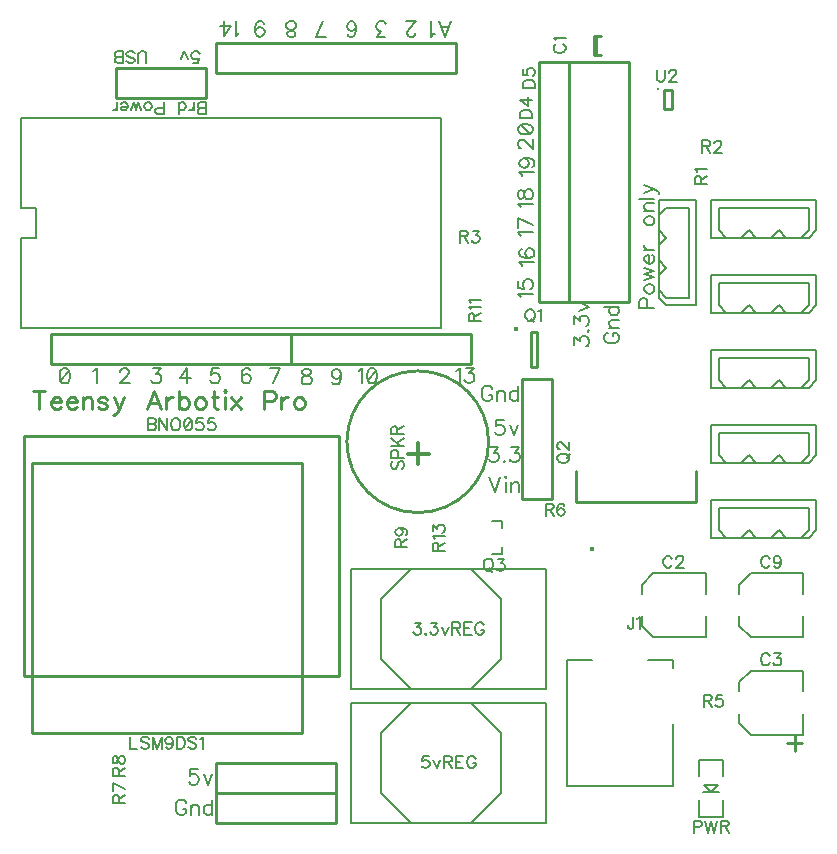
<source format=gto>
G04 DipTrace Beta 2.9.0.1*
G04 TeensyArbotixPro.gto*
%MOIN*%
G04 #@! TF.FileFunction,Legend,Top*
G04 #@! TF.Part,Single*
%ADD10C,0.009843*%
%ADD18C,0.008*%
%ADD32C,0.005*%
%ADD40C,0.015422*%
%ADD105C,0.006176*%
%ADD106C,0.009264*%
%ADD107C,0.00772*%
%ADD108C,0.012351*%
%FSLAX26Y26*%
G04*
G70*
G90*
G75*
G01*
G04 TopSilk*
%LPD*%
X2200850Y1289000D2*
D32*
Y889000D1*
X1950860D1*
X1750855D2*
X1550850D1*
Y1289000D1*
X1750855D1*
X1950860D1*
X2200850D1*
X1750855Y889000D2*
X1650820Y989000D1*
Y1189000D1*
X1750855Y1289000D1*
X1950860D2*
X2050830Y1189000D1*
Y989000D1*
X1950860Y889000D1*
X1750855D1*
X2200850Y844000D2*
Y444000D1*
X1950860D1*
X1750855D2*
X1550850D1*
Y844000D1*
X1750855D1*
X1950860D1*
X2200850D1*
X1750855Y444000D2*
X1650820Y544000D1*
Y744000D1*
X1750855Y844000D1*
X1950860D2*
X2050830Y744000D1*
Y544000D1*
X1950860Y444000D1*
X1750855D1*
X460850Y1734000D2*
D10*
X1510850D1*
Y934000D1*
X460850D1*
Y1734000D1*
X2366638Y3004535D2*
Y3067465D1*
X2359189Y3004535D2*
Y3067465D1*
Y3004535D2*
X2382748D1*
X2359189Y3067465D2*
X2382748D1*
X2732110Y1275252D2*
D18*
Y1206507D1*
Y1131493D2*
Y1062748D1*
X2557100D1*
X2519590Y1100255D1*
Y1131493D1*
X2732110Y1275252D2*
X2557100D1*
X2519590Y1237745D1*
Y1206507D1*
X3057110Y950252D2*
Y881507D1*
Y806493D2*
Y737748D1*
X2882100D1*
X2844590Y775255D1*
Y806493D1*
X3057110Y950252D2*
X2882100D1*
X2844590Y912745D1*
Y881507D1*
X3057110Y1275252D2*
Y1206507D1*
Y1131493D2*
Y1062748D1*
X2882100D1*
X2844590Y1100255D1*
Y1131493D1*
X3057110Y1275252D2*
X2882100D1*
X2844590Y1237745D1*
Y1206507D1*
X1900850Y2944000D2*
D10*
X1100850D1*
X1900850Y3044000D2*
Y2944000D1*
Y3044000D2*
X1100850D1*
Y2944000D1*
X2275850Y2179000D2*
X2475850D1*
X2275850Y2979000D2*
X2475850D1*
X2275850D2*
Y2179000D1*
X2475850Y2979000D2*
Y2179000D1*
X2175850D2*
Y2979000D1*
X2275850Y2179000D2*
X2175850D1*
X2275850D2*
Y2979000D1*
X2175850D1*
X2120850Y1524000D2*
X2220850D1*
X2120850Y1924000D2*
Y1524000D1*
X2220850Y1924000D2*
Y1524000D1*
X2120850Y1924000D2*
X2220850D1*
X765850Y2859000D2*
Y2959000D1*
X1065850D1*
Y2859000D2*
Y2959000D1*
X765850Y2859000D2*
X1065850D1*
X1100850Y644000D2*
Y544000D1*
X1500850Y644000D2*
X1100850D1*
X1500850Y544000D2*
X1100850D1*
X1500850Y644000D2*
Y544000D1*
X3100850Y1519000D2*
D32*
X2750850D1*
Y1394000D1*
X2850845D2*
X2900860D1*
X2950840D1*
X3000855D1*
X3050835D1*
X3075860D1*
X3100850Y1419000D1*
Y1519000D1*
X3000855Y1394000D2*
X2975865Y1419000D1*
X2950840Y1394000D1*
X2900860D2*
X2875835Y1419000D1*
X2850845Y1394000D1*
X2800865D1*
X2750850D1*
X2800865D2*
X2775840Y1419000D1*
Y1494000D1*
X3075860D1*
Y1419000D1*
X3050835Y1394000D1*
X3100850Y1769000D2*
X2750850D1*
Y1644000D1*
X2850845D2*
X2900860D1*
X2950840D1*
X3000855D1*
X3050835D1*
X3075860D1*
X3100850Y1669000D1*
Y1769000D1*
X3000855Y1644000D2*
X2975865Y1669000D1*
X2950840Y1644000D1*
X2900860D2*
X2875835Y1669000D1*
X2850845Y1644000D1*
X2800865D1*
X2750850D1*
X2800865D2*
X2775840Y1669000D1*
Y1744000D1*
X3075860D1*
Y1669000D1*
X3050835Y1644000D1*
X3100850Y2019000D2*
X2750850D1*
Y1894000D1*
X2850845D2*
X2900860D1*
X2950840D1*
X3000855D1*
X3050835D1*
X3075860D1*
X3100850Y1919000D1*
Y2019000D1*
X3000855Y1894000D2*
X2975865Y1919000D1*
X2950840Y1894000D1*
X2900860D2*
X2875835Y1919000D1*
X2850845Y1894000D1*
X2800865D1*
X2750850D1*
X2800865D2*
X2775840Y1919000D1*
Y1994000D1*
X3075860D1*
Y1919000D1*
X3050835Y1894000D1*
X3100850Y2269000D2*
X2750850D1*
Y2144000D1*
X2850845D2*
X2900860D1*
X2950840D1*
X3000855D1*
X3050835D1*
X3075860D1*
X3100850Y2169000D1*
Y2269000D1*
X3000855Y2144000D2*
X2975865Y2169000D1*
X2950840Y2144000D1*
X2900860D2*
X2875835Y2169000D1*
X2850845Y2144000D1*
X2800865D1*
X2750850D1*
X2800865D2*
X2775840Y2169000D1*
Y2244000D1*
X3075860D1*
Y2169000D1*
X3050835Y2144000D1*
X3100850Y2519000D2*
X2750850D1*
Y2394000D1*
X2850845D2*
X2900860D1*
X2950840D1*
X3000855D1*
X3050835D1*
X3075860D1*
X3100850Y2419000D1*
Y2519000D1*
X3000855Y2394000D2*
X2975865Y2419000D1*
X2950840Y2394000D1*
X2900860D2*
X2875835Y2419000D1*
X2850845Y2394000D1*
X2800865D1*
X2750850D1*
X2800865D2*
X2775840Y2419000D1*
Y2494000D1*
X3075860D1*
Y2419000D1*
X3050835Y2394000D1*
X2700850Y2169000D2*
Y2519000D1*
X2575850D1*
Y2419005D2*
Y2368990D1*
Y2319010D1*
Y2268995D1*
Y2219015D1*
Y2193990D1*
X2600850Y2169000D1*
X2700850D1*
X2575850Y2268995D2*
X2600850Y2293985D1*
X2575850Y2319010D1*
Y2368990D2*
X2600850Y2394015D1*
X2575850Y2419005D1*
Y2468985D1*
Y2519000D1*
Y2468985D2*
X2600850Y2494010D1*
X2675850D1*
Y2193990D1*
X2600850D1*
X2575850Y2219015D1*
X550850Y2074000D2*
D10*
X1350850D1*
X550850Y1974000D2*
Y2074000D1*
Y1974000D2*
X1350850D1*
Y2074000D1*
Y1974000D2*
X1950850D1*
X1350850Y2074000D2*
X1950850D1*
X1350850Y1974000D2*
Y2074000D1*
X1950850Y1974000D2*
Y2074000D1*
X1100850Y544000D2*
Y444000D1*
X1500850Y544000D2*
X1100850D1*
X1500850Y444000D2*
X1100850D1*
X1500850Y544000D2*
Y444000D1*
X1385850Y744000D2*
X485850D1*
Y1644000D1*
X1385850D1*
Y744000D1*
X2790220Y598364D2*
D18*
Y653488D1*
X2711480D1*
Y598364D1*
X2790220Y519636D2*
Y464512D1*
X2711480D1*
Y519636D1*
X2778409Y547189D2*
X2750850D1*
X2723291D1*
X2750850D2*
X2774472Y570811D1*
X2727228D1*
X2750850Y547189D1*
D40*
X2099173Y2089849D3*
X2149315Y2080648D2*
D10*
Y1962543D1*
X2169000D1*
Y2080648D1*
X2149315D1*
X2300057Y1514145D2*
X2701644D1*
X2300057D2*
Y1616497D1*
X2701644Y1514145D2*
Y1616497D1*
D40*
X2352180Y1355898D3*
X2053413Y1425494D2*
D18*
Y1449115D1*
X2021913D1*
X2053413Y1362506D2*
Y1338885D1*
X2021913D1*
X1536677Y1714017D2*
D10*
G02X1536677Y1714017I236232J0D01*
G01*
X2593290Y2885814D2*
X2618881D1*
Y2822819D1*
X2593290D1*
Y2885814D1*
D18*
X2572422Y2891323D3*
X500830Y2394020D2*
Y2493980D1*
X450850D1*
Y2794000D1*
X1850850D1*
Y2094000D1*
X450850D1*
Y2394020D1*
X500830D1*
X2624005Y987001D2*
X2541317D1*
X2624005Y565727D2*
Y774378D1*
Y987001D2*
Y959453D1*
X2269685Y565727D2*
Y987001D1*
X2352373D1*
X2269685Y565727D2*
X2624005D1*
X1762281Y1111462D2*
D105*
X1783283D1*
X1771832Y1096163D1*
X1777580D1*
X1781382Y1094262D1*
X1783283Y1092360D1*
X1785229Y1086612D1*
Y1082810D1*
X1783283Y1077062D1*
X1779481Y1073215D1*
X1773733Y1071314D1*
X1767985D1*
X1762281Y1073215D1*
X1760380Y1075161D1*
X1758434Y1078963D1*
X1799482Y1075161D2*
X1797580Y1073215D1*
X1799482Y1071314D1*
X1801427Y1073215D1*
X1799482Y1075161D1*
X1817625Y1111462D2*
X1838628D1*
X1827176Y1096163D1*
X1832924D1*
X1836726Y1094262D1*
X1838628Y1092360D1*
X1840573Y1086612D1*
Y1082810D1*
X1838628Y1077062D1*
X1834825Y1073215D1*
X1829077Y1071314D1*
X1823329D1*
X1817625Y1073215D1*
X1815724Y1075161D1*
X1813779Y1078963D1*
X1852925Y1098108D2*
X1864421Y1071314D1*
X1875873Y1098108D1*
X1888224Y1092360D2*
X1905424D1*
X1911172Y1094306D1*
X1913117Y1096207D1*
X1915019Y1100010D1*
Y1103856D1*
X1913117Y1107659D1*
X1911172Y1109604D1*
X1905424Y1111506D1*
X1888224D1*
Y1071314D1*
X1901621Y1092360D2*
X1915019Y1071314D1*
X1952219Y1111506D2*
X1927370D1*
Y1071314D1*
X1952219D1*
X1927370Y1092360D2*
X1942669D1*
X1993266Y1101955D2*
X1991365Y1105758D1*
X1987518Y1109604D1*
X1983716Y1111506D1*
X1976067D1*
X1972220Y1109604D1*
X1968417Y1105758D1*
X1966472Y1101955D1*
X1964571Y1096207D1*
Y1086612D1*
X1966472Y1080909D1*
X1968417Y1077062D1*
X1972220Y1073259D1*
X1976067Y1071314D1*
X1983716D1*
X1987518Y1073259D1*
X1991365Y1077062D1*
X1993266Y1080909D1*
Y1086612D1*
X1983716D1*
X1809054Y666462D2*
X1789953D1*
X1788052Y649262D1*
X1789953Y651163D1*
X1795701Y653108D1*
X1801405D1*
X1807153Y651163D1*
X1811000Y647360D1*
X1812901Y641612D1*
Y637810D1*
X1811000Y632062D1*
X1807153Y628215D1*
X1801405Y626314D1*
X1795701D1*
X1789953Y628215D1*
X1788052Y630161D1*
X1786106Y633963D1*
X1825252Y653108D2*
X1836749Y626314D1*
X1848200Y653108D1*
X1860552Y647360D2*
X1877752D1*
X1883500Y649306D1*
X1885445Y651207D1*
X1887346Y655010D1*
Y658856D1*
X1885445Y662659D1*
X1883500Y664604D1*
X1877752Y666506D1*
X1860552D1*
Y626314D1*
X1873949Y647360D2*
X1887346Y626314D1*
X1924547Y666506D2*
X1899698D1*
Y626314D1*
X1924547D1*
X1899698Y647360D2*
X1914996D1*
X1965594Y656955D2*
X1963693Y660758D1*
X1959846Y664604D1*
X1956044Y666506D1*
X1948394D1*
X1944548Y664604D1*
X1940745Y660758D1*
X1938800Y656955D1*
X1936898Y651207D1*
Y641612D1*
X1938800Y635909D1*
X1940745Y632062D1*
X1944548Y628259D1*
X1948394Y626314D1*
X1956044D1*
X1959846Y628259D1*
X1963693Y632062D1*
X1965594Y635909D1*
Y641612D1*
X1956044D1*
X872687Y1792578D2*
Y1752386D1*
X889931D1*
X895679Y1754332D1*
X897580Y1756233D1*
X899481Y1760036D1*
Y1765784D1*
X897580Y1769631D1*
X895679Y1771532D1*
X889931Y1773433D1*
X895679Y1775379D1*
X897580Y1777280D1*
X899481Y1781082D1*
Y1784929D1*
X897580Y1788732D1*
X895679Y1790677D1*
X889931Y1792578D1*
X872687D1*
Y1773433D2*
X889931D1*
X938627Y1792578D2*
Y1752386D1*
X911833Y1792578D1*
Y1752386D1*
X962475Y1792578D2*
X958628Y1790677D1*
X954826Y1786830D1*
X952880Y1783028D1*
X950979Y1777280D1*
Y1767685D1*
X952880Y1761981D1*
X954826Y1758134D1*
X958628Y1754332D1*
X962475Y1752386D1*
X970124D1*
X973927Y1754332D1*
X977773Y1758134D1*
X979675Y1761981D1*
X981576Y1767685D1*
Y1777280D1*
X979675Y1783028D1*
X977773Y1786830D1*
X973927Y1790677D1*
X970124Y1792578D1*
X962475D1*
X1005423Y1792534D2*
X999675Y1790633D1*
X995829Y1784885D1*
X993927Y1775334D1*
Y1769586D1*
X995829Y1760036D1*
X999675Y1754288D1*
X1005423Y1752386D1*
X1009226D1*
X1014974Y1754288D1*
X1018777Y1760036D1*
X1020722Y1769586D1*
Y1775334D1*
X1018777Y1784885D1*
X1014974Y1790633D1*
X1009226Y1792534D1*
X1005423D1*
X1018777Y1784885D2*
X995829Y1760036D1*
X1056021Y1792534D2*
X1036920D1*
X1035019Y1775334D1*
X1036920Y1777236D1*
X1042668Y1779181D1*
X1048372D1*
X1054120Y1777236D1*
X1057967Y1773433D1*
X1059868Y1767685D1*
Y1763883D1*
X1057967Y1758134D1*
X1054120Y1754288D1*
X1048372Y1752386D1*
X1042668D1*
X1036920Y1754288D1*
X1035019Y1756233D1*
X1033073Y1760036D1*
X1095167Y1792534D2*
X1076066D1*
X1074165Y1775334D1*
X1076066Y1777236D1*
X1081814Y1779181D1*
X1087518D1*
X1093266Y1777236D1*
X1097113Y1773433D1*
X1099014Y1767685D1*
Y1763883D1*
X1097113Y1758134D1*
X1093266Y1754288D1*
X1087518Y1752386D1*
X1081814D1*
X1076066Y1754288D1*
X1074165Y1756233D1*
X1072219Y1760036D1*
X2235327Y3039375D2*
X2231524Y3037474D1*
X2227677Y3033627D1*
X2225776Y3029824D1*
Y3022175D1*
X2227677Y3018328D1*
X2231524Y3014526D1*
X2235326Y3012580D1*
X2241074Y3010679D1*
X2250669D1*
X2256373Y3012580D1*
X2260220Y3014526D1*
X2264022Y3018328D1*
X2265968Y3022175D1*
Y3029824D1*
X2264022Y3033627D1*
X2260220Y3037474D1*
X2256373Y3039375D1*
X2233469Y3051726D2*
X2231524Y3055573D1*
X2225820Y3061321D1*
X2265968D1*
X2620625Y1324280D2*
X2618724Y1328082D1*
X2614877Y1331929D1*
X2611075Y1333830D1*
X2603425D1*
X2599579Y1331929D1*
X2595776Y1328082D1*
X2593831Y1324280D1*
X2591929Y1318532D1*
Y1308937D1*
X2593831Y1303233D1*
X2595776Y1299386D1*
X2599579Y1295584D1*
X2603425Y1293638D1*
X2611075D1*
X2614877Y1295584D1*
X2618724Y1299386D1*
X2620625Y1303233D1*
X2634922Y1324236D2*
Y1326137D1*
X2636823Y1329984D1*
X2638725Y1331885D1*
X2642572Y1333786D1*
X2650221D1*
X2654023Y1331885D1*
X2655925Y1329984D1*
X2657870Y1326137D1*
Y1322334D1*
X2655925Y1318488D1*
X2652122Y1312784D1*
X2632977Y1293638D1*
X2659771D1*
X2945625Y999280D2*
X2943724Y1003082D1*
X2939877Y1006929D1*
X2936075Y1008830D1*
X2928425D1*
X2924579Y1006929D1*
X2920776Y1003082D1*
X2918831Y999280D1*
X2916929Y993532D1*
Y983937D1*
X2918831Y978233D1*
X2920776Y974386D1*
X2924579Y970584D1*
X2928425Y968638D1*
X2936075D1*
X2939877Y970584D1*
X2943724Y974386D1*
X2945625Y978233D1*
X2961823Y1008786D2*
X2982826D1*
X2971374Y993488D1*
X2977122D1*
X2980925Y991586D1*
X2982826Y989685D1*
X2984771Y983937D1*
Y980134D1*
X2982826Y974386D1*
X2979023Y970540D1*
X2973275Y968638D1*
X2967527D1*
X2961823Y970540D1*
X2959922Y972485D1*
X2957977Y976288D1*
X2946576Y1324280D2*
X2944675Y1328082D1*
X2940828Y1331929D1*
X2937025Y1333830D1*
X2929376D1*
X2925529Y1331929D1*
X2921727Y1328082D1*
X2919781Y1324280D1*
X2917880Y1318532D1*
Y1308937D1*
X2919781Y1303233D1*
X2921727Y1299386D1*
X2925529Y1295584D1*
X2929376Y1293638D1*
X2937025D1*
X2940828Y1295584D1*
X2944675Y1299386D1*
X2946576Y1303233D1*
X2983821Y1320433D2*
X2981875Y1314685D1*
X2978073Y1310838D1*
X2972325Y1308937D1*
X2970423D1*
X2964675Y1310838D1*
X2960873Y1314685D1*
X2958927Y1320433D1*
Y1322334D1*
X2960873Y1328082D1*
X2964675Y1331885D1*
X2970423Y1333786D1*
X2972325D1*
X2978073Y1331885D1*
X2981875Y1328082D1*
X2983821Y1320433D1*
Y1310838D1*
X2981875Y1301288D1*
X2978073Y1295540D1*
X2972325Y1293638D1*
X2968522D1*
X2962774Y1295540D1*
X2960873Y1299386D1*
X814588Y730433D2*
Y690241D1*
X837535D1*
X876682Y724685D2*
X872879Y728532D1*
X867131Y730433D1*
X859482D1*
X853734Y728532D1*
X849887Y724685D1*
Y720882D1*
X851832Y717036D1*
X853734Y715134D1*
X857536Y713233D1*
X869032Y709386D1*
X872879Y707485D1*
X874780Y705540D1*
X876682Y701737D1*
Y695989D1*
X872879Y692187D1*
X867131Y690241D1*
X859482D1*
X853734Y692187D1*
X849887Y695989D1*
X919630Y690241D2*
Y730433D1*
X904332Y690241D1*
X889033Y730433D1*
Y690241D1*
X956875Y717036D2*
X954929Y711288D1*
X951127Y707441D1*
X945379Y705540D1*
X943478D1*
X937730Y707441D1*
X933927Y711288D1*
X931982Y717036D1*
Y718937D1*
X933927Y724685D1*
X937730Y728488D1*
X943478Y730389D1*
X945379D1*
X951127Y728488D1*
X954929Y724685D1*
X956875Y717036D1*
Y707441D1*
X954929Y697890D1*
X951127Y692142D1*
X945379Y690241D1*
X941576D1*
X935828Y692142D1*
X933927Y695989D1*
X969226Y730433D2*
Y690241D1*
X982624D1*
X988372Y692187D1*
X992218Y695989D1*
X994120Y699836D1*
X996021Y705540D1*
Y715134D1*
X994120Y720882D1*
X992218Y724685D1*
X988372Y728532D1*
X982624Y730433D1*
X969226D1*
X1035167Y724685D2*
X1031365Y728532D1*
X1025616Y730433D1*
X1017967D1*
X1012219Y728532D1*
X1008372Y724685D1*
Y720882D1*
X1010318Y717036D1*
X1012219Y715134D1*
X1016022Y713233D1*
X1027518Y709386D1*
X1031365Y707485D1*
X1033266Y705540D1*
X1035167Y701737D1*
Y695989D1*
X1031365Y692187D1*
X1025616Y690241D1*
X1017967D1*
X1012219Y692187D1*
X1008372Y695989D1*
X1047518Y722740D2*
X1051365Y724685D1*
X1057113Y730389D1*
Y690241D1*
X2692559Y429898D2*
X2709803D1*
X2715507Y431799D1*
X2717452Y433745D1*
X2719354Y437548D1*
Y443296D1*
X2717452Y447098D1*
X2715507Y449044D1*
X2709803Y450945D1*
X2692559D1*
Y410753D1*
X2731705Y450945D2*
X2741300Y410753D1*
X2750850Y450945D1*
X2760401Y410753D1*
X2769996Y450945D1*
X2782347Y431799D2*
X2799547D1*
X2805295Y433745D1*
X2807241Y435646D1*
X2809142Y439449D1*
Y443296D1*
X2807241Y447098D1*
X2805295Y449044D1*
X2799547Y450945D1*
X2782347D1*
Y410753D1*
X2795744Y431799D2*
X2809142Y410753D1*
X2143484Y2156130D2*
X2139682Y2154273D1*
X2135835Y2150426D1*
X2133934Y2146579D1*
X2131988Y2140831D1*
Y2131280D1*
X2133934Y2125532D1*
X2135835Y2121730D1*
X2139682Y2117883D1*
X2143484Y2115982D1*
X2151134D1*
X2154980Y2117883D1*
X2158783Y2121730D1*
X2160684Y2125532D1*
X2162630Y2131280D1*
Y2140831D1*
X2160684Y2146579D1*
X2158783Y2150426D1*
X2154980Y2154273D1*
X2151134Y2156130D1*
X2143484D1*
X2149232Y2123631D2*
X2160684Y2112135D1*
X2174981Y2148436D2*
X2178828Y2150382D1*
X2184576Y2156085D1*
Y2115938D1*
X2237548Y1655602D2*
X2239405Y1651800D1*
X2243251Y1647953D1*
X2247098Y1646052D1*
X2252846Y1644106D1*
X2262397D1*
X2268145Y1646052D1*
X2271947Y1647953D1*
X2275794Y1651800D1*
X2277695Y1655602D1*
Y1663252D1*
X2275794Y1667098D1*
X2271947Y1670901D1*
X2268145Y1672802D1*
X2262397Y1674748D1*
X2252846D1*
X2247098Y1672802D1*
X2243251Y1670901D1*
X2239405Y1667098D1*
X2237548Y1663252D1*
Y1655602D1*
X2270046Y1661350D2*
X2281542Y1672802D1*
X2247142Y1689045D2*
X2245241D1*
X2241394Y1690946D1*
X2239493Y1692847D1*
X2237592Y1696694D1*
Y1704343D1*
X2239493Y1708146D1*
X2241394Y1710047D1*
X2245241Y1711993D1*
X2249044D1*
X2252890Y1710047D1*
X2258594Y1706244D1*
X2277740Y1687099D1*
Y1713894D1*
X2004421Y1324433D2*
X2000619Y1322576D1*
X1996772Y1318729D1*
X1994871Y1314882D1*
X1992925Y1309134D1*
Y1299584D1*
X1994871Y1293836D1*
X1996772Y1290033D1*
X2000619Y1286187D1*
X2004421Y1284285D1*
X2012071D1*
X2015917Y1286187D1*
X2019720Y1290033D1*
X2021621Y1293836D1*
X2023567Y1299584D1*
Y1309134D1*
X2021621Y1314882D1*
X2019720Y1318729D1*
X2015917Y1322576D1*
X2012071Y1324433D1*
X2004421D1*
X2010169Y1291935D2*
X2021621Y1280438D1*
X2039765Y1324389D2*
X2060767D1*
X2049315Y1309090D1*
X2055063D1*
X2058866Y1307189D1*
X2060767Y1305288D1*
X2062713Y1299540D1*
Y1295737D1*
X2060767Y1289989D1*
X2056965Y1286142D1*
X2051217Y1284241D1*
X2045469D1*
X2039765Y1286142D1*
X2037863Y1288088D1*
X2035918Y1291890D1*
X2716437Y2574630D2*
Y2591830D1*
X2714491Y2597578D1*
X2712590Y2599523D1*
X2708787Y2601424D1*
X2704941D1*
X2701138Y2599523D1*
X2699193Y2597578D1*
X2697291Y2591830D1*
Y2574630D1*
X2737483D1*
X2716437Y2588027D2*
X2737483Y2601424D1*
X2704985Y2613776D2*
X2703039Y2617622D1*
X2697336Y2623371D1*
X2737483Y2623370D1*
X2720905Y2699007D2*
X2738105D1*
X2743853Y2700952D1*
X2745798Y2702853D1*
X2747700Y2706656D1*
Y2710503D1*
X2745798Y2714305D1*
X2743853Y2716251D1*
X2738105Y2718152D1*
X2720905D1*
Y2677960D1*
X2734302Y2699007D2*
X2747700Y2677960D1*
X2761997Y2708557D2*
Y2710458D1*
X2763898Y2714305D1*
X2765799Y2716206D1*
X2769646Y2718108D1*
X2777295D1*
X2781098Y2716206D1*
X2782999Y2714305D1*
X2784944Y2710458D1*
Y2706656D1*
X2782999Y2702809D1*
X2779196Y2697105D1*
X2760051Y2677960D1*
X2786846D1*
X1913289Y2398213D2*
X1930489D1*
X1936237Y2400158D1*
X1938183Y2402059D1*
X1940084Y2405862D1*
Y2409709D1*
X1938183Y2413511D1*
X1936237Y2415457D1*
X1930489Y2417358D1*
X1913289D1*
Y2377166D1*
X1926687Y2398213D2*
X1940084Y2377166D1*
X1956282Y2417314D2*
X1977285D1*
X1965833Y2402015D1*
X1971581D1*
X1975383Y2400114D1*
X1977285Y2398213D1*
X1979230Y2392465D1*
Y2388662D1*
X1977285Y2382914D1*
X1973482Y2379067D1*
X1967734Y2377166D1*
X1961986D1*
X1956282Y2379067D1*
X1954381Y2381013D1*
X1952436Y2384815D1*
X2725880Y851425D2*
X2743080D1*
X2748828Y853371D1*
X2750773Y855272D1*
X2752675Y859075D1*
Y862921D1*
X2750773Y866724D1*
X2748828Y868669D1*
X2743080Y870571D1*
X2725880D1*
Y830379D1*
X2739277Y851425D2*
X2752675Y830379D1*
X2787974Y870526D2*
X2768873D1*
X2766972Y853326D1*
X2768873Y855228D1*
X2774621Y857173D1*
X2780325D1*
X2786073Y855228D1*
X2789919Y851425D1*
X2791821Y845677D1*
Y841875D1*
X2789919Y836127D1*
X2786073Y832280D1*
X2780325Y830379D1*
X2774621D1*
X2768873Y832280D1*
X2766972Y834225D1*
X2765026Y838028D1*
X2198853Y1487961D2*
X2216053D1*
X2221801Y1489906D1*
X2223746Y1491807D1*
X2225647Y1495610D1*
Y1499457D1*
X2223746Y1503259D1*
X2221801Y1505205D1*
X2216053Y1507106D1*
X2198853D1*
Y1466914D1*
X2212250Y1487961D2*
X2225647Y1466914D1*
X2260947Y1501358D2*
X2259045Y1505161D1*
X2253297Y1507062D1*
X2249495D1*
X2243747Y1505161D1*
X2239900Y1499413D1*
X2237999Y1489862D1*
Y1480311D1*
X2239900Y1472662D1*
X2243747Y1468815D1*
X2249495Y1466914D1*
X2251396D1*
X2257100Y1468815D1*
X2260947Y1472662D1*
X2262848Y1478410D1*
Y1480311D1*
X2260947Y1486059D1*
X2257100Y1489862D1*
X2251396Y1491763D1*
X2249495D1*
X2243747Y1489862D1*
X2239900Y1486059D1*
X2237999Y1480311D1*
X776024Y511030D2*
Y528230D1*
X774078Y533978D1*
X772177Y535923D1*
X768374Y537824D1*
X764528D1*
X760725Y535923D1*
X758780Y533978D1*
X756878Y528230D1*
Y511030D1*
X797070D1*
X776024Y524427D2*
X797070Y537824D1*
Y557825D2*
X756923Y576970D1*
Y550176D1*
X775827Y601052D2*
Y618252D1*
X773881Y624000D1*
X771980Y625945D1*
X768178Y627847D1*
X764331D1*
X760528Y625945D1*
X758583Y624000D1*
X756681Y618252D1*
Y601052D1*
X796873D1*
X775827Y614449D2*
X796873Y627846D1*
X756726Y649748D2*
X758627Y644045D1*
X762429Y642099D1*
X766276D1*
X770079Y644045D1*
X772024Y647847D1*
X773926Y655496D1*
X775827Y661244D1*
X779674Y665047D1*
X783476Y666948D1*
X789224D1*
X793027Y665047D1*
X794972Y663146D1*
X796873Y657398D1*
Y649748D1*
X794972Y644045D1*
X793027Y642099D1*
X789224Y640198D1*
X783476D1*
X779674Y642099D1*
X775827Y645946D1*
X773926Y651650D1*
X772024Y659299D1*
X770079Y663146D1*
X766276Y665047D1*
X762429D1*
X758627Y663146D1*
X756726Y657398D1*
Y649748D1*
X1716890Y1361980D2*
Y1379180D1*
X1714944Y1384928D1*
X1713043Y1386874D1*
X1709240Y1388775D1*
X1705394D1*
X1701591Y1386874D1*
X1699646Y1384928D1*
X1697744Y1379180D1*
Y1361980D1*
X1737936D1*
X1716890Y1375378D2*
X1737936Y1388775D1*
X1711142Y1426020D2*
X1716890Y1424074D1*
X1720737Y1420272D1*
X1722638Y1414524D1*
Y1412622D1*
X1720737Y1406874D1*
X1716890Y1403072D1*
X1711142Y1401126D1*
X1709241D1*
X1703492Y1403072D1*
X1699690Y1406874D1*
X1697789Y1412622D1*
Y1414524D1*
X1699690Y1420272D1*
X1703492Y1424074D1*
X1711142Y1426020D1*
X1720737D1*
X1730287Y1424074D1*
X1736035Y1420272D1*
X1737936Y1414524D1*
Y1410721D1*
X1736035Y1404973D1*
X1732188Y1403072D1*
X1961890Y2116058D2*
Y2133258D1*
X1959944Y2139006D1*
X1958043Y2140952D1*
X1954240Y2142853D1*
X1950394D1*
X1946591Y2140952D1*
X1944646Y2139006D1*
X1942744Y2133258D1*
Y2116058D1*
X1982936D1*
X1961890Y2129456D2*
X1982936Y2142853D1*
X1950438Y2155204D2*
X1948492Y2159051D1*
X1942789Y2164799D1*
X1982936D1*
X1950438Y2177150D2*
X1948492Y2180997D1*
X1942789Y2186745D1*
X1982936D1*
X1841890Y1350057D2*
Y1367257D1*
X1839944Y1373005D1*
X1838043Y1374950D1*
X1834240Y1376851D1*
X1830394D1*
X1826591Y1374950D1*
X1824646Y1373005D1*
X1822744Y1367257D1*
Y1350057D1*
X1862936D1*
X1841890Y1363454D2*
X1862936Y1376851D1*
X1830438Y1389203D2*
X1828492Y1393049D1*
X1822789Y1398797D1*
X1862936D1*
X1822789Y1414996D2*
Y1435998D1*
X1838087Y1424546D1*
Y1430294D1*
X1839989Y1434097D1*
X1841890Y1435998D1*
X1847638Y1437943D1*
X1851440D1*
X1857188Y1435998D1*
X1861035Y1432195D1*
X1862936Y1426447D1*
Y1420699D1*
X1861035Y1414996D1*
X1859090Y1413094D1*
X1855287Y1411149D1*
X1691152Y1648695D2*
X1687305Y1644893D1*
X1685404Y1639145D1*
Y1631496D1*
X1687305Y1625748D1*
X1691152Y1621901D1*
X1694954D1*
X1698801Y1623846D1*
X1700702Y1625748D1*
X1702604Y1629550D1*
X1706450Y1641046D1*
X1708352Y1644893D1*
X1710297Y1646794D1*
X1714100Y1648695D1*
X1719848D1*
X1723650Y1644893D1*
X1725596Y1639145D1*
Y1631496D1*
X1723650Y1625748D1*
X1719848Y1621901D1*
X1706450Y1661047D2*
Y1678291D1*
X1704549Y1683995D1*
X1702604Y1685940D1*
X1698801Y1687841D1*
X1693053D1*
X1689251Y1685940D1*
X1687305Y1683995D1*
X1685404Y1678291D1*
Y1661047D1*
X1725596D1*
X1685404Y1700193D2*
X1725596D1*
X1685404Y1726987D2*
X1712198Y1700193D1*
X1702604Y1709743D2*
X1725596Y1726987D1*
X1704549Y1739339D2*
Y1756539D1*
X1702604Y1762287D1*
X1700702Y1764232D1*
X1696900Y1766134D1*
X1693053D1*
X1689250Y1764232D1*
X1687305Y1762287D1*
X1685404Y1756539D1*
Y1739339D1*
X1725596D1*
X1704549Y1752736D2*
X1725596Y1766133D1*
X2570163Y2953838D2*
Y2925142D1*
X2572065Y2919394D1*
X2575912Y2915592D1*
X2581660Y2913646D1*
X2585462D1*
X2591210Y2915592D1*
X2595057Y2919394D1*
X2596958Y2925142D1*
Y2953838D1*
X2611255Y2944244D2*
Y2946145D1*
X2613156Y2949992D1*
X2615058Y2951893D1*
X2618904Y2953794D1*
X2626554D1*
X2630356Y2951893D1*
X2632257Y2949992D1*
X2634203Y2946145D1*
Y2942342D1*
X2632257Y2938495D1*
X2628455Y2932792D1*
X2609310Y2913646D1*
X2636104D1*
X2491887Y1130578D2*
Y1099981D1*
X2489986Y1094233D1*
X2488040Y1092332D1*
X2484238Y1090386D1*
X2480391D1*
X2476588Y1092332D1*
X2474687Y1094233D1*
X2472742Y1099981D1*
Y1103784D1*
X2504238Y1122885D2*
X2508085Y1124830D1*
X2513833Y1130534D1*
Y1090386D1*
X3029013Y683872D2*
D106*
Y735538D1*
X3054813Y709738D2*
X3003147D1*
X1038764Y621617D2*
D107*
X1014887D1*
X1012511Y600117D1*
X1014887Y602494D1*
X1022072Y604926D1*
X1029202D1*
X1036387Y602494D1*
X1041196Y597741D1*
X1043572Y590556D1*
Y585803D1*
X1041196Y578618D1*
X1036387Y573809D1*
X1029202Y571433D1*
X1022072D1*
X1014887Y573809D1*
X1012511Y576241D1*
X1010079Y580994D1*
X1059012Y604926D2*
X1073382Y571433D1*
X1087696Y604926D1*
X1001721Y508963D2*
X999344Y513716D1*
X994536Y518524D1*
X989782Y520901D1*
X980221D1*
X975412Y518524D1*
X970659Y513716D1*
X968227Y508963D1*
X965851Y501778D1*
Y489784D1*
X968227Y482654D1*
X970659Y477846D1*
X975412Y473093D1*
X980221Y470661D1*
X989782D1*
X994536Y473093D1*
X999344Y477846D1*
X1001721Y482654D1*
Y489784D1*
X989782D1*
X1017160Y504154D2*
Y470661D1*
Y494593D2*
X1024345Y501778D1*
X1029153Y504154D1*
X1036283D1*
X1041092Y501778D1*
X1043468Y494593D1*
Y470661D1*
X1087592Y520901D2*
Y470661D1*
Y496969D2*
X1082839Y501778D1*
X1078031Y504154D1*
X1070846D1*
X1066092Y501778D1*
X1061284Y496969D1*
X1058907Y489784D1*
Y485031D1*
X1061284Y477846D1*
X1066092Y473093D1*
X1070846Y470661D1*
X1078031D1*
X1082839Y473093D1*
X1087592Y477846D1*
X2058764Y1786617D2*
X2034887D1*
X2032511Y1765117D1*
X2034887Y1767494D1*
X2042072Y1769926D1*
X2049202D1*
X2056387Y1767494D1*
X2061196Y1762741D1*
X2063572Y1755556D1*
Y1750803D1*
X2061196Y1743618D1*
X2056387Y1738809D1*
X2049202Y1736433D1*
X2042072D1*
X2034887Y1738809D1*
X2032511Y1741241D1*
X2030079Y1745994D1*
X2079012Y1769926D2*
X2093382Y1736433D1*
X2107696Y1769926D1*
X2021721Y1888963D2*
X2019344Y1893716D1*
X2014536Y1898524D1*
X2009782Y1900901D1*
X2000221D1*
X1995412Y1898524D1*
X1990659Y1893716D1*
X1988227Y1888963D1*
X1985851Y1881778D1*
Y1869784D1*
X1988227Y1862654D1*
X1990659Y1857846D1*
X1995412Y1853093D1*
X2000221Y1850661D1*
X2009782D1*
X2014536Y1853093D1*
X2019344Y1857846D1*
X2021721Y1862654D1*
Y1869784D1*
X2009782D1*
X2037160Y1884154D2*
Y1850661D1*
Y1874593D2*
X2044345Y1881778D1*
X2049153Y1884154D1*
X2056283D1*
X2061092Y1881778D1*
X2063468Y1874593D1*
Y1850661D1*
X2107592Y1900901D2*
Y1850661D1*
Y1876969D2*
X2102839Y1881778D1*
X2098031Y1884154D1*
X2090846D1*
X2086092Y1881778D1*
X2081284Y1876969D1*
X2078907Y1869784D1*
Y1865031D1*
X2081284Y1857846D1*
X2086092Y1853093D1*
X2090846Y1850661D1*
X2098031D1*
X2102839Y1853093D1*
X2107592Y1857846D1*
X2014887Y1696617D2*
X2041140D1*
X2026826Y1677494D1*
X2034011D1*
X2038764Y1675117D1*
X2041140Y1672741D1*
X2043572Y1665556D1*
Y1660803D1*
X2041140Y1653618D1*
X2036387Y1648809D1*
X2029202Y1646433D1*
X2022017D1*
X2014887Y1648809D1*
X2012511Y1651241D1*
X2010079Y1655994D1*
X2061388Y1651241D2*
X2059012Y1648809D1*
X2061388Y1646433D1*
X2063820Y1648809D1*
X2061388Y1651241D1*
X2084068Y1696617D2*
X2110321D1*
X2096006Y1677494D1*
X2103191D1*
X2107944Y1675117D1*
X2110321Y1672741D1*
X2112753Y1665556D1*
Y1660803D1*
X2110321Y1653618D1*
X2105568Y1648809D1*
X2098383Y1646433D1*
X2091197D1*
X2084068Y1648809D1*
X2081691Y1651241D1*
X2079259Y1655994D1*
X2010079Y1596673D2*
X2029202Y1546433D1*
X2048325Y1596673D1*
X2063765D2*
X2066141Y1594296D1*
X2068573Y1596673D1*
X2066141Y1599104D1*
X2063765Y1596673D1*
X2066141Y1579926D2*
Y1546433D1*
X2084012Y1579926D2*
Y1546433D1*
Y1570364D2*
X2091197Y1577549D1*
X2096006Y1579926D1*
X2103136D1*
X2107944Y1577549D1*
X2110321Y1570364D1*
Y1546433D1*
X2537831Y2158965D2*
Y2180520D1*
X2535455Y2187650D1*
X2533023Y2190082D1*
X2528270Y2192458D1*
X2521085D1*
X2516331Y2190082D1*
X2513900Y2187650D1*
X2511523Y2180520D1*
Y2158965D1*
X2561763D1*
X2528270Y2219836D2*
X2530646Y2215082D1*
X2535455Y2210274D1*
X2542640Y2207897D1*
X2547393D1*
X2554578Y2210274D1*
X2559331Y2215082D1*
X2561763Y2219836D1*
Y2227021D1*
X2559331Y2231829D1*
X2554578Y2236582D1*
X2547393Y2239014D1*
X2542640D1*
X2535455Y2236582D1*
X2530646Y2231829D1*
X2528270Y2227021D1*
Y2219836D1*
Y2254453D2*
X2561763Y2264015D1*
X2528270Y2273577D1*
X2561763Y2283138D1*
X2528270Y2292700D1*
X2542640Y2308139D2*
Y2336824D1*
X2537831D1*
X2533023Y2334447D1*
X2530646Y2332071D1*
X2528270Y2327262D1*
Y2320077D1*
X2530646Y2315324D1*
X2535455Y2310516D1*
X2542640Y2308139D1*
X2547393D1*
X2554578Y2310516D1*
X2559331Y2315324D1*
X2561763Y2320077D1*
Y2327262D1*
X2559331Y2332071D1*
X2554578Y2336824D1*
X2528270Y2352263D2*
X2561763D1*
X2542640D2*
X2535455Y2354695D1*
X2530646Y2359448D1*
X2528270Y2364257D1*
Y2371442D1*
Y2447420D2*
X2530646Y2442667D1*
X2535455Y2437859D1*
X2542640Y2435482D1*
X2547393D1*
X2554578Y2437859D1*
X2559331Y2442667D1*
X2561763Y2447420D1*
Y2454605D1*
X2559331Y2459414D1*
X2554578Y2464167D1*
X2547393Y2466599D1*
X2542640D1*
X2535455Y2464167D1*
X2530646Y2459414D1*
X2528270Y2454605D1*
Y2447420D1*
Y2482038D2*
X2561763D1*
X2537831D2*
X2530646Y2489223D1*
X2528270Y2494032D1*
Y2501161D1*
X2530646Y2505970D1*
X2537831Y2508346D1*
X2561763D1*
X2511523Y2523786D2*
X2561763D1*
X2528270Y2541657D2*
X2561763Y2555971D1*
X2571325Y2551218D1*
X2576133Y2546410D1*
X2578510Y2541657D1*
Y2539225D1*
X2528270Y2570342D2*
X2561763Y2555971D1*
X2405528Y2077769D2*
X2400775Y2075393D1*
X2395967Y2070584D1*
X2393590Y2065831D1*
Y2056269D1*
X2395967Y2051461D1*
X2400775Y2046708D1*
X2405528Y2044276D1*
X2412713Y2041899D1*
X2424707D1*
X2431836Y2044276D1*
X2436645Y2046708D1*
X2441398Y2051461D1*
X2443830Y2056269D1*
Y2065831D1*
X2441398Y2070584D1*
X2436645Y2075393D1*
X2431837Y2077769D1*
X2424707D1*
Y2065831D1*
X2410337Y2093208D2*
X2443830D1*
X2419898D2*
X2412713Y2100393D1*
X2410337Y2105202D1*
Y2112332D1*
X2412713Y2117140D1*
X2419898Y2119517D1*
X2443830D1*
X2393590Y2163641D2*
X2443830D1*
X2417522D2*
X2412713Y2158888D1*
X2410337Y2154079D1*
Y2146894D1*
X2412713Y2142141D1*
X2417522Y2137333D1*
X2424707Y2134956D1*
X2429460D1*
X2436645Y2137332D1*
X2441398Y2142141D1*
X2443830Y2146894D1*
Y2154079D1*
X2441398Y2158888D1*
X2436645Y2163641D1*
X2293645Y2036708D2*
Y2062961D1*
X2312768Y2048646D1*
X2312769Y2055831D1*
X2315145Y2060584D1*
X2317522Y2062961D1*
X2324707Y2065393D1*
X2329460D1*
X2336645Y2062961D1*
X2341453Y2058208D1*
X2343830Y2051023D1*
Y2043837D1*
X2341453Y2036708D1*
X2339021Y2034331D1*
X2334268Y2031899D1*
X2339022Y2083208D2*
X2341453Y2080832D1*
X2343830Y2083208D1*
X2341453Y2085640D1*
X2339022Y2083208D1*
X2293645Y2105888D2*
Y2132141D1*
X2312769Y2117826D1*
Y2125011D1*
X2315145Y2129764D1*
X2317522Y2132141D1*
X2324707Y2134573D1*
X2329460D1*
X2336645Y2132141D1*
X2341453Y2127388D1*
X2343830Y2120203D1*
Y2113018D1*
X2341453Y2105888D1*
X2339022Y2103511D1*
X2334268Y2101079D1*
X2310337Y2150012D2*
X2343830Y2164382D1*
X2310337Y2178697D1*
X1844290Y3114877D2*
X1863468Y3064637D1*
X1882592Y3114877D1*
X1875406Y3098131D2*
X1851475D1*
X1828851Y3074254D2*
X1824042Y3071822D1*
X1816857Y3064693D1*
Y3114877D1*
X1765160Y3076631D2*
Y3074254D1*
X1762783Y3069446D1*
X1760406Y3067069D1*
X1755598Y3064692D1*
X1746036D1*
X1741283Y3067069D1*
X1738907Y3069446D1*
X1736475Y3074254D1*
Y3079007D1*
X1738907Y3083816D1*
X1743660Y3090946D1*
X1767592Y3114877D1*
X1734098D1*
X1662783Y3064692D2*
X1636530D1*
X1650845Y3083816D1*
X1643660D1*
X1638907Y3086192D1*
X1636530Y3088569D1*
X1634098Y3095754D1*
Y3100507D1*
X1636530Y3107692D1*
X1641283Y3112501D1*
X1648468Y3114877D1*
X1655653D1*
X1662783Y3112501D1*
X1665160Y3110069D1*
X1667592Y3105316D1*
X1538907Y3071822D2*
X1541283Y3067069D1*
X1548468Y3064692D1*
X1553221D1*
X1560406Y3067069D1*
X1565215Y3074254D1*
X1567592Y3086192D1*
Y3098131D1*
X1565215Y3107692D1*
X1560406Y3112501D1*
X1553221Y3114877D1*
X1550845D1*
X1543715Y3112501D1*
X1538907Y3107692D1*
X1536530Y3100507D1*
Y3098131D1*
X1538907Y3090946D1*
X1543715Y3086192D1*
X1550845Y3083816D1*
X1553221D1*
X1560406Y3086192D1*
X1565215Y3090945D1*
X1567592Y3098131D1*
X1458030Y3114877D2*
X1434098Y3064692D1*
X1467592D1*
X1355653D2*
X1362783Y3067069D1*
X1365215Y3071822D1*
Y3076631D1*
X1362783Y3081384D1*
X1358030Y3083816D1*
X1348468Y3086192D1*
X1341283Y3088569D1*
X1336530Y3093377D1*
X1334153Y3098131D1*
X1334154Y3105316D1*
X1336530Y3110069D1*
X1338907Y3112501D1*
X1346092Y3114877D1*
X1355653D1*
X1362783Y3112501D1*
X1365215Y3110069D1*
X1367592Y3105316D1*
Y3098131D1*
X1365215Y3093377D1*
X1360406Y3088569D1*
X1353277Y3086192D1*
X1343715Y3083816D1*
X1338907Y3081384D1*
X1336530Y3076631D1*
Y3071822D1*
X1338907Y3067069D1*
X1346092Y3064692D1*
X1355653D1*
X1231475Y3081384D2*
X1233907Y3088569D1*
X1238660Y3093377D1*
X1245845Y3095754D1*
X1248221D1*
X1255406Y3093377D1*
X1260160Y3088569D1*
X1262592Y3081384D1*
Y3079007D1*
X1260160Y3071822D1*
X1255406Y3067069D1*
X1248221Y3064692D1*
X1245845D1*
X1238660Y3067069D1*
X1233907Y3071822D1*
X1231475Y3081384D1*
Y3093377D1*
X1233907Y3105316D1*
X1238660Y3112501D1*
X1245845Y3114877D1*
X1250598D1*
X1257783Y3112501D1*
X1260160Y3107692D1*
X1178592Y3076254D2*
X1173783Y3073822D1*
X1166598Y3066692D1*
Y3116877D1*
X1127227D2*
Y3066693D1*
X1151159Y3100131D1*
X1115289D1*
X2116208Y2194903D2*
X2113776Y2199712D1*
X2106647Y2206897D1*
X2156831D1*
X2106647Y2251021D2*
Y2227144D1*
X2128146Y2224768D1*
X2125770Y2227144D1*
X2123338Y2234329D1*
Y2241459D1*
X2125770Y2248644D1*
X2130523Y2253453D1*
X2137708Y2255829D1*
X2142461D1*
X2149646Y2253453D1*
X2154455Y2248644D1*
X2156831Y2241459D1*
Y2234329D1*
X2154455Y2227144D1*
X2152023Y2224768D1*
X2147270Y2222336D1*
X2121208Y2299903D2*
X2118776Y2304712D1*
X2111647Y2311897D1*
X2161831D1*
X2118776Y2356021D2*
X2114023Y2353644D1*
X2111647Y2346459D1*
Y2341706D1*
X2114023Y2334521D1*
X2121208Y2329713D1*
X2133146Y2327336D1*
X2145085D1*
X2154646Y2329713D1*
X2159455Y2334521D1*
X2161831Y2341706D1*
Y2344083D1*
X2159455Y2351212D1*
X2154646Y2356021D1*
X2147461Y2358397D1*
X2145085D1*
X2137900Y2356021D1*
X2133146Y2351212D1*
X2130770Y2344083D1*
Y2341706D1*
X2133146Y2334521D1*
X2137900Y2329713D1*
X2145085Y2327336D1*
X2116208Y2399903D2*
X2113776Y2404712D1*
X2106647Y2411897D1*
X2156831D1*
Y2436898D2*
X2106647Y2460829D1*
Y2427336D1*
X2116208Y2494903D2*
X2113776Y2499712D1*
X2106647Y2506897D1*
X2156831D1*
X2106647Y2534274D2*
X2109023Y2527144D1*
X2113776Y2524713D1*
X2118585D1*
X2123338Y2527144D1*
X2125770Y2531898D1*
X2128146Y2541459D1*
X2130523Y2548644D1*
X2135331Y2553397D1*
X2140085Y2555774D1*
X2147270D1*
X2152023Y2553397D1*
X2154455Y2551021D1*
X2156831Y2543836D1*
Y2534274D1*
X2154455Y2527144D1*
X2152023Y2524712D1*
X2147270Y2522336D1*
X2140085D1*
X2135331Y2524713D1*
X2130523Y2529521D1*
X2128146Y2536651D1*
X2125770Y2546212D1*
X2123338Y2551021D1*
X2118585Y2553397D1*
X2113776D1*
X2109023Y2551021D1*
X2106647Y2543836D1*
Y2534274D1*
X2121208Y2599903D2*
X2118776Y2604712D1*
X2111647Y2611897D1*
X2161831D1*
X2128338Y2658453D2*
X2135523Y2656021D1*
X2140331Y2651268D1*
X2142708Y2644083D1*
Y2641706D1*
X2140331Y2634521D1*
X2135523Y2629768D1*
X2128338Y2627336D1*
X2125961D1*
X2118776Y2629768D1*
X2114023Y2634521D1*
X2111647Y2641706D1*
Y2644083D1*
X2114023Y2651268D1*
X2118776Y2656021D1*
X2128338Y2658453D1*
X2140331D1*
X2152270Y2656021D1*
X2159455Y2651268D1*
X2161831Y2644083D1*
Y2639329D1*
X2159455Y2632144D1*
X2154646Y2629768D1*
X2118585Y2692335D2*
X2116208D1*
X2111400Y2694712D1*
X2109023Y2697088D1*
X2106647Y2701897D1*
Y2711458D1*
X2109023Y2716212D1*
X2111400Y2718588D1*
X2116208Y2721020D1*
X2120961D1*
X2125770Y2718588D1*
X2132900Y2713835D1*
X2156831Y2689903D1*
Y2723396D1*
X2106647Y2753206D2*
X2109023Y2746021D1*
X2116208Y2741212D1*
X2128146Y2738836D1*
X2135331D1*
X2147270Y2741212D1*
X2154455Y2746021D1*
X2156831Y2753206D1*
Y2757959D1*
X2154455Y2765144D1*
X2147270Y2769897D1*
X2135331Y2772329D1*
X2128146D1*
X2116208Y2769897D1*
X2109023Y2765144D1*
X2106647Y2757959D1*
Y2753206D1*
X2116208Y2769897D2*
X2147270Y2741212D1*
X2113199Y2794131D2*
D105*
X2153392D1*
Y2807529D1*
X2151446Y2813277D1*
X2147644Y2817123D1*
X2143797Y2819025D1*
X2138093Y2820926D1*
X2128498D1*
X2122750Y2819025D1*
X2118948Y2817123D1*
X2115101Y2813277D1*
X2113200Y2807529D1*
X2113199Y2794131D1*
X2153392Y2852423D2*
X2113244D1*
X2139994Y2833277D1*
Y2861973D1*
X2123199Y2894131D2*
X2163392D1*
Y2907529D1*
X2161446Y2913277D1*
X2157644Y2917123D1*
X2153797Y2919025D1*
X2148093Y2920926D1*
X2138498D1*
X2132750Y2919025D1*
X2128948Y2917123D1*
X2125101Y2913277D1*
X2123200Y2907529D1*
X2123199Y2894131D1*
X2123244Y2956225D2*
Y2937124D1*
X2140444Y2935223D1*
X2138542Y2937124D1*
X2136597Y2942872D1*
Y2948576D1*
X2138542Y2954324D1*
X2142345Y2958171D1*
X2148093Y2960072D1*
X2151895D1*
X2157644Y2958171D1*
X2161490Y2954324D1*
X2163392Y2948576D1*
Y2942872D1*
X2161490Y2937124D1*
X2159545Y2935223D1*
X2155742Y2933277D1*
X593631Y1958443D2*
D107*
X586446Y1956066D1*
X581638Y1948881D1*
X579261Y1936943D1*
Y1929758D1*
X581638Y1917820D1*
X586446Y1910635D1*
X593631Y1908258D1*
X598385D1*
X605570Y1910635D1*
X610323Y1917820D1*
X612755Y1929758D1*
Y1936943D1*
X610323Y1948881D1*
X605570Y1956066D1*
X598385Y1958443D1*
X593631D1*
X610323Y1948881D2*
X581638Y1917820D1*
X690851Y1949284D2*
X695659Y1951716D1*
X702844Y1958846D1*
Y1908661D1*
X781282Y1946907D2*
Y1949284D1*
X783659Y1954092D1*
X786036Y1956469D1*
X790844Y1958846D1*
X800406D1*
X805159Y1956469D1*
X807536Y1954092D1*
X809967Y1949284D1*
Y1944531D1*
X807536Y1939722D1*
X802782Y1932593D1*
X778851Y1908661D1*
X812344D1*
X889659Y1958846D2*
X915912D1*
X901597Y1939722D1*
X908782D1*
X913536Y1937346D1*
X915912Y1934969D1*
X918344Y1927784D1*
Y1923031D1*
X915912Y1915846D1*
X911159Y1911037D1*
X903974Y1908661D1*
X896789D1*
X889659Y1911037D1*
X887282Y1913469D1*
X884851Y1918223D1*
X1004782Y1908661D2*
Y1958846D1*
X980851Y1925408D1*
X1016721D1*
X1109536Y1958846D2*
X1085659D1*
X1083282Y1937346D1*
X1085659Y1939722D1*
X1092844Y1942154D1*
X1099974D1*
X1107159Y1939722D1*
X1111967Y1934969D1*
X1114344Y1927784D1*
Y1923031D1*
X1111967Y1915846D1*
X1107159Y1911037D1*
X1099974Y1908661D1*
X1092844D1*
X1085659Y1911037D1*
X1083282Y1913469D1*
X1080851Y1918223D1*
X1214536Y1951716D2*
X1212159Y1956469D1*
X1204974Y1958846D1*
X1200221D1*
X1193036Y1956469D1*
X1188227Y1949284D1*
X1185851Y1937346D1*
Y1925408D1*
X1188227Y1915846D1*
X1193036Y1911037D1*
X1200221Y1908661D1*
X1202597D1*
X1209727Y1911037D1*
X1214536Y1915846D1*
X1216912Y1923031D1*
Y1925408D1*
X1214536Y1932593D1*
X1209727Y1937346D1*
X1202597Y1939722D1*
X1200221D1*
X1193036Y1937346D1*
X1188227Y1932593D1*
X1185851Y1925408D1*
X1290412Y1908661D2*
X1314344Y1958846D1*
X1280851D1*
X1397789Y1955846D2*
X1390659Y1953469D1*
X1388227Y1948716D1*
Y1943907D1*
X1390659Y1939154D1*
X1395412Y1936722D1*
X1404974Y1934346D1*
X1412159Y1931969D1*
X1416912Y1927161D1*
X1419289Y1922408D1*
Y1915223D1*
X1416912Y1910469D1*
X1414536Y1908037D1*
X1407350Y1905661D1*
X1397789D1*
X1390659Y1908037D1*
X1388227Y1910469D1*
X1385851Y1915223D1*
Y1922408D1*
X1388227Y1927161D1*
X1393036Y1931969D1*
X1400165Y1934346D1*
X1409727Y1936722D1*
X1414536Y1939154D1*
X1416912Y1943907D1*
Y1948716D1*
X1414536Y1953469D1*
X1407350Y1955846D1*
X1397789D1*
X1516967Y1939154D2*
X1514536Y1931969D1*
X1509782Y1927161D1*
X1502597Y1924784D1*
X1500221D1*
X1493036Y1927161D1*
X1488282Y1931969D1*
X1485851Y1939154D1*
Y1941531D1*
X1488282Y1948716D1*
X1493036Y1953469D1*
X1500221Y1955846D1*
X1502597D1*
X1509782Y1953469D1*
X1514536Y1948716D1*
X1516967Y1939154D1*
Y1927161D1*
X1514536Y1915223D1*
X1509782Y1908037D1*
X1502597Y1905661D1*
X1497844D1*
X1490659Y1908037D1*
X1488282Y1912846D1*
X1575851Y1949284D2*
X1580659Y1951716D1*
X1587844Y1958846D1*
Y1908661D1*
X1617653Y1958846D2*
X1610468Y1956469D1*
X1605660Y1949284D1*
X1603283Y1937346D1*
Y1930161D1*
X1605660Y1918223D1*
X1610468Y1911037D1*
X1617653Y1908661D1*
X1622407D1*
X1629592Y1911037D1*
X1634345Y1918223D1*
X1636777Y1930161D1*
Y1937346D1*
X1634345Y1949284D1*
X1629592Y1956469D1*
X1622407Y1958846D1*
X1617653D1*
X1634345Y1949284D2*
X1605660Y1918223D1*
X1900851Y1951284D2*
X1905659Y1953716D1*
X1912844Y1960846D1*
Y1910661D1*
X1933092Y1960846D2*
X1959345D1*
X1945030Y1941722D1*
X1952215D1*
X1956968Y1939346D1*
X1959345Y1936969D1*
X1961777Y1929784D1*
Y1925031D1*
X1959345Y1917846D1*
X1954592Y1913037D1*
X1947407Y1910661D1*
X1940222D1*
X1933092Y1913037D1*
X1930715Y1915469D1*
X1928283Y1920223D1*
X511719Y1882509D2*
D106*
Y1822221D1*
X491623Y1882509D2*
X531815D1*
X550342Y1845169D2*
X584764D1*
Y1850939D1*
X581912Y1856709D1*
X579060Y1859561D1*
X573290Y1862413D1*
X564668D1*
X558964Y1859561D1*
X553194Y1853791D1*
X550342Y1845169D1*
Y1839465D1*
X553194Y1830843D1*
X558964Y1825139D1*
X564668Y1822221D1*
X573290D1*
X579060Y1825139D1*
X584764Y1830843D1*
X603291Y1845169D2*
X637713D1*
Y1850939D1*
X634861Y1856709D1*
X632009Y1859561D1*
X626239Y1862413D1*
X617617D1*
X611913Y1859561D1*
X606143Y1853791D1*
X603291Y1845169D1*
Y1839465D1*
X606143Y1830843D1*
X611913Y1825139D1*
X617617Y1822221D1*
X626239D1*
X632009Y1825139D1*
X637713Y1830843D1*
X656240Y1862413D2*
Y1822221D1*
Y1850939D2*
X664862Y1859561D1*
X670632Y1862413D1*
X679188D1*
X684958Y1859561D1*
X687810Y1850939D1*
Y1822221D1*
X737907Y1853791D2*
X735055Y1859561D1*
X726433Y1862413D1*
X717811D1*
X709189Y1859561D1*
X706337Y1853791D1*
X709189Y1848087D1*
X714959Y1845169D1*
X729285Y1842317D1*
X735055Y1839465D1*
X737907Y1833695D1*
Y1830843D1*
X735055Y1825139D1*
X726433Y1822221D1*
X717811D1*
X709189Y1825139D1*
X706337Y1830843D1*
X759352Y1862413D2*
X776530Y1822221D1*
X770826Y1810747D1*
X765056Y1804977D1*
X759352Y1802125D1*
X756434D1*
X793774Y1862413D2*
X776530Y1822221D1*
X916584D2*
X893570Y1882509D1*
X870622Y1822221D1*
X879244Y1842317D2*
X907962D1*
X935111Y1862413D2*
Y1822221D1*
Y1845169D2*
X938030Y1853791D1*
X943733Y1859561D1*
X949503Y1862413D1*
X958126D1*
X976653Y1882509D2*
Y1822221D1*
Y1853791D2*
X982423Y1859561D1*
X988127Y1862413D1*
X996749D1*
X1002452Y1859561D1*
X1008223Y1853791D1*
X1011075Y1845169D1*
Y1839465D1*
X1008223Y1830843D1*
X1002452Y1825139D1*
X996749Y1822221D1*
X988127D1*
X982423Y1825139D1*
X976653Y1830843D1*
X1043927Y1862413D2*
X1038224Y1859561D1*
X1032454Y1853791D1*
X1029602Y1845169D1*
Y1839465D1*
X1032454Y1830843D1*
X1038224Y1825139D1*
X1043927Y1822221D1*
X1052550D1*
X1058320Y1825139D1*
X1064023Y1830843D1*
X1066942Y1839465D1*
Y1845169D1*
X1064023Y1853791D1*
X1058320Y1859561D1*
X1052550Y1862413D1*
X1043927D1*
X1094091Y1882509D2*
Y1833695D1*
X1096943Y1825139D1*
X1102713Y1822221D1*
X1108417D1*
X1085469Y1862413D2*
X1105565D1*
X1126944Y1882509D2*
X1129796Y1879657D1*
X1132714Y1882509D1*
X1129796Y1885427D1*
X1126944Y1882509D1*
X1129796Y1862413D2*
Y1822221D1*
X1151241Y1862413D2*
X1182811Y1822221D1*
Y1862413D2*
X1151241Y1822221D1*
X1259659Y1850939D2*
X1285525D1*
X1294081Y1853791D1*
X1296999Y1856709D1*
X1299851Y1862413D1*
Y1871035D1*
X1296999Y1876739D1*
X1294081Y1879657D1*
X1285525Y1882509D1*
X1259659D1*
Y1822221D1*
X1318378Y1862413D2*
Y1822221D1*
Y1845169D2*
X1321297Y1853791D1*
X1327000Y1859561D1*
X1332771Y1862413D1*
X1341393D1*
X1374246D2*
X1368542Y1859561D1*
X1362772Y1853791D1*
X1359920Y1845169D1*
Y1839465D1*
X1362772Y1830843D1*
X1368542Y1825139D1*
X1374246Y1822221D1*
X1382868D1*
X1388638Y1825139D1*
X1394342Y1830843D1*
X1397260Y1839465D1*
Y1845169D1*
X1394342Y1853791D1*
X1388638Y1859561D1*
X1382868Y1862413D1*
X1374246D1*
X867980Y2976245D2*
D105*
Y3004941D1*
X866079Y3010689D1*
X862232Y3014492D1*
X856484Y3016437D1*
X852682Y3016438D1*
X846934Y3014492D1*
X843087Y3010689D1*
X841186Y3004941D1*
Y2976245D1*
X802040Y2981994D2*
X805842Y2978147D1*
X811590Y2976245D1*
X819239D1*
X824987Y2978147D1*
X828834Y2981994D1*
Y2985796D1*
X826889Y2989643D1*
X824988Y2991544D1*
X821185Y2993445D1*
X809689Y2997292D1*
X805842Y2999193D1*
X803941Y3001139D1*
X802040Y3004941D1*
Y3010689D1*
X805842Y3014492D1*
X811590Y3016437D1*
X819240D1*
X824988Y3014492D1*
X828834Y3010689D1*
X789688Y2976245D2*
Y3016437D1*
X772444D1*
X766696Y3014492D1*
X764795Y3012591D1*
X762894Y3008788D1*
Y3003040D1*
X764795Y2999193D1*
X766696Y2997292D1*
X772444Y2995391D1*
X766696Y2993445D1*
X764795Y2991544D1*
X762894Y2987742D1*
Y2983895D1*
X764795Y2980092D1*
X766696Y2978147D1*
X772444Y2976245D1*
X789688D1*
Y2995391D2*
X772444D1*
X1022521Y2975060D2*
X1041622D1*
X1043523Y2992260D1*
X1041622Y2990359D1*
X1035874Y2988413D1*
X1030170D1*
X1024422Y2990359D1*
X1020575Y2994161D1*
X1018674Y2999909D1*
Y3003712D1*
X1020575Y3009460D1*
X1024422Y3013307D1*
X1030170Y3015208D1*
X1035874D1*
X1041622Y3013307D1*
X1043523Y3011361D1*
X1045468Y3007558D1*
X1006322Y2988413D2*
X994826Y3015208D1*
X983375Y2988413D1*
X1066468Y2806016D2*
Y2846208D1*
X1049224D1*
X1043476Y2844262D1*
X1041575Y2842361D1*
X1039674Y2838559D1*
Y2832811D1*
X1041575Y2828964D1*
X1043476Y2827062D1*
X1049224Y2825161D1*
X1043476Y2823216D1*
X1041575Y2821314D1*
X1039674Y2817512D1*
Y2813665D1*
X1041575Y2809863D1*
X1043476Y2807917D1*
X1049224Y2806016D1*
X1066468D1*
Y2825161D2*
X1049224D1*
X1027322Y2819413D2*
Y2846208D1*
Y2830909D2*
X1025377Y2825161D1*
X1021574Y2821314D1*
X1017728Y2819413D1*
X1011980D1*
X976680Y2806016D2*
Y2846208D1*
Y2825161D2*
X980483Y2821314D1*
X984330Y2819413D1*
X990078D1*
X993880Y2821314D1*
X997727Y2825161D1*
X999628Y2830909D1*
Y2834712D1*
X997727Y2840460D1*
X993880Y2844262D1*
X990078Y2846208D1*
X984330D1*
X980483Y2844262D1*
X976680Y2840460D1*
X925448Y2827062D2*
X908204D1*
X902500Y2825161D1*
X900555Y2823216D1*
X898654Y2819413D1*
Y2813665D1*
X900555Y2809863D1*
X902500Y2807917D1*
X908204Y2806016D1*
X925448D1*
Y2846208D1*
X876752Y2819413D2*
X880554Y2821314D1*
X884401Y2825161D1*
X886302Y2830909D1*
Y2834712D1*
X884401Y2840460D1*
X880554Y2844262D1*
X876752Y2846208D1*
X871004D1*
X867157Y2844262D1*
X863354Y2840460D1*
X861409Y2834712D1*
Y2830909D1*
X863354Y2825161D1*
X867157Y2821314D1*
X871004Y2819413D1*
X876752D1*
X849057D2*
X841408Y2846208D1*
X833759Y2819413D1*
X826109Y2846208D1*
X818460Y2819413D1*
X806109Y2830909D2*
X783161D1*
Y2827062D1*
X785062Y2823216D1*
X786963Y2821314D1*
X790810Y2819413D1*
X796558D1*
X800361Y2821314D1*
X804207Y2825161D1*
X806109Y2830909D1*
Y2834712D1*
X804207Y2840460D1*
X800361Y2844262D1*
X796558Y2846208D1*
X790810D1*
X786963Y2844262D1*
X783161Y2840460D1*
X770809Y2819413D2*
Y2846208D1*
Y2830909D2*
X768864Y2825161D1*
X765061Y2821314D1*
X761215Y2819413D1*
X755467D1*
X1808916Y1674056D2*
D108*
X1740028D1*
X1774428Y1708455D2*
Y1639568D1*
M02*

</source>
